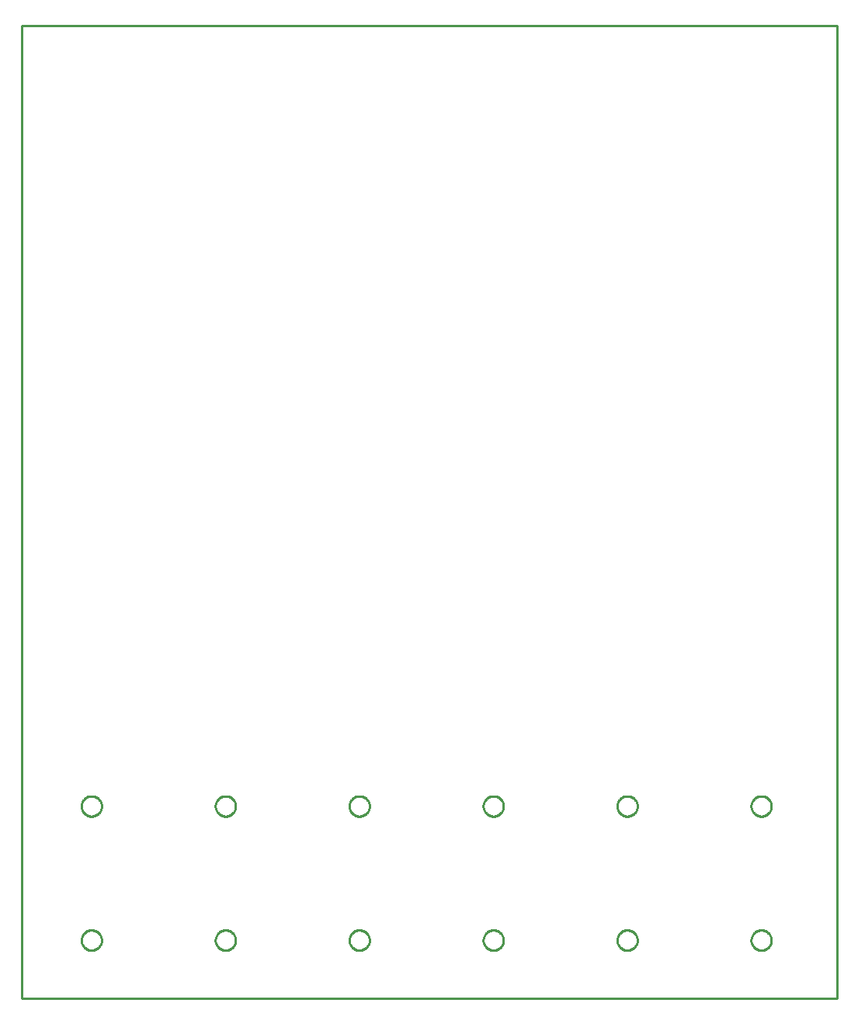
<source format=gbr>
G04 EAGLE Gerber RS-274X export*
G75*
%MOMM*%
%FSLAX34Y34*%
%LPD*%
%IN*%
%IPPOS*%
%AMOC8*
5,1,8,0,0,1.08239X$1,22.5*%
G01*
%ADD10C,0.254000*%


D10*
X0Y0D02*
X889000Y0D01*
X889000Y1060450D01*
X0Y1060450D01*
X0Y0D01*
X222682Y74500D02*
X223544Y74432D01*
X224398Y74297D01*
X225238Y74095D01*
X226060Y73828D01*
X226859Y73497D01*
X227629Y73105D01*
X228366Y72653D01*
X229065Y72145D01*
X229723Y71584D01*
X230334Y70973D01*
X230895Y70315D01*
X231403Y69616D01*
X231855Y68879D01*
X232247Y68109D01*
X232578Y67310D01*
X232845Y66488D01*
X233047Y65648D01*
X233182Y64794D01*
X233250Y63932D01*
X233250Y63068D01*
X233182Y62206D01*
X233047Y61352D01*
X232845Y60512D01*
X232578Y59690D01*
X232247Y58891D01*
X231855Y58121D01*
X231403Y57384D01*
X230895Y56685D01*
X230334Y56027D01*
X229723Y55416D01*
X229065Y54855D01*
X228366Y54347D01*
X227629Y53895D01*
X226859Y53503D01*
X226060Y53172D01*
X225238Y52905D01*
X224398Y52703D01*
X223544Y52568D01*
X222682Y52500D01*
X221818Y52500D01*
X220956Y52568D01*
X220102Y52703D01*
X219262Y52905D01*
X218440Y53172D01*
X217641Y53503D01*
X216871Y53895D01*
X216134Y54347D01*
X215435Y54855D01*
X214777Y55416D01*
X214166Y56027D01*
X213605Y56685D01*
X213097Y57384D01*
X212645Y58121D01*
X212253Y58891D01*
X211922Y59690D01*
X211655Y60512D01*
X211453Y61352D01*
X211318Y62206D01*
X211250Y63068D01*
X211250Y63932D01*
X211318Y64794D01*
X211453Y65648D01*
X211655Y66488D01*
X211922Y67310D01*
X212253Y68109D01*
X212645Y68879D01*
X213097Y69616D01*
X213605Y70315D01*
X214166Y70973D01*
X214777Y71584D01*
X215435Y72145D01*
X216134Y72653D01*
X216871Y73105D01*
X217641Y73497D01*
X218440Y73828D01*
X219262Y74095D01*
X220102Y74297D01*
X220956Y74432D01*
X221818Y74500D01*
X222682Y74500D01*
X806882Y74500D02*
X807744Y74432D01*
X808598Y74297D01*
X809438Y74095D01*
X810260Y73828D01*
X811059Y73497D01*
X811829Y73105D01*
X812566Y72653D01*
X813265Y72145D01*
X813923Y71584D01*
X814534Y70973D01*
X815095Y70315D01*
X815603Y69616D01*
X816055Y68879D01*
X816447Y68109D01*
X816778Y67310D01*
X817045Y66488D01*
X817247Y65648D01*
X817382Y64794D01*
X817450Y63932D01*
X817450Y63068D01*
X817382Y62206D01*
X817247Y61352D01*
X817045Y60512D01*
X816778Y59690D01*
X816447Y58891D01*
X816055Y58121D01*
X815603Y57384D01*
X815095Y56685D01*
X814534Y56027D01*
X813923Y55416D01*
X813265Y54855D01*
X812566Y54347D01*
X811829Y53895D01*
X811059Y53503D01*
X810260Y53172D01*
X809438Y52905D01*
X808598Y52703D01*
X807744Y52568D01*
X806882Y52500D01*
X806018Y52500D01*
X805156Y52568D01*
X804302Y52703D01*
X803462Y52905D01*
X802640Y53172D01*
X801841Y53503D01*
X801071Y53895D01*
X800334Y54347D01*
X799635Y54855D01*
X798977Y55416D01*
X798366Y56027D01*
X797805Y56685D01*
X797297Y57384D01*
X796845Y58121D01*
X796453Y58891D01*
X796122Y59690D01*
X795855Y60512D01*
X795653Y61352D01*
X795518Y62206D01*
X795450Y63068D01*
X795450Y63932D01*
X795518Y64794D01*
X795653Y65648D01*
X795855Y66488D01*
X796122Y67310D01*
X796453Y68109D01*
X796845Y68879D01*
X797297Y69616D01*
X797805Y70315D01*
X798366Y70973D01*
X798977Y71584D01*
X799635Y72145D01*
X800334Y72653D01*
X801071Y73105D01*
X801841Y73497D01*
X802640Y73828D01*
X803462Y74095D01*
X804302Y74297D01*
X805156Y74432D01*
X806018Y74500D01*
X806882Y74500D01*
X76632Y74500D02*
X77494Y74432D01*
X78348Y74297D01*
X79188Y74095D01*
X80010Y73828D01*
X80809Y73497D01*
X81579Y73105D01*
X82316Y72653D01*
X83015Y72145D01*
X83673Y71584D01*
X84284Y70973D01*
X84845Y70315D01*
X85353Y69616D01*
X85805Y68879D01*
X86197Y68109D01*
X86528Y67310D01*
X86795Y66488D01*
X86997Y65648D01*
X87132Y64794D01*
X87200Y63932D01*
X87200Y63068D01*
X87132Y62206D01*
X86997Y61352D01*
X86795Y60512D01*
X86528Y59690D01*
X86197Y58891D01*
X85805Y58121D01*
X85353Y57384D01*
X84845Y56685D01*
X84284Y56027D01*
X83673Y55416D01*
X83015Y54855D01*
X82316Y54347D01*
X81579Y53895D01*
X80809Y53503D01*
X80010Y53172D01*
X79188Y52905D01*
X78348Y52703D01*
X77494Y52568D01*
X76632Y52500D01*
X75768Y52500D01*
X74906Y52568D01*
X74052Y52703D01*
X73212Y52905D01*
X72390Y53172D01*
X71591Y53503D01*
X70821Y53895D01*
X70084Y54347D01*
X69385Y54855D01*
X68727Y55416D01*
X68116Y56027D01*
X67555Y56685D01*
X67047Y57384D01*
X66595Y58121D01*
X66203Y58891D01*
X65872Y59690D01*
X65605Y60512D01*
X65403Y61352D01*
X65268Y62206D01*
X65200Y63068D01*
X65200Y63932D01*
X65268Y64794D01*
X65403Y65648D01*
X65605Y66488D01*
X65872Y67310D01*
X66203Y68109D01*
X66595Y68879D01*
X67047Y69616D01*
X67555Y70315D01*
X68116Y70973D01*
X68727Y71584D01*
X69385Y72145D01*
X70084Y72653D01*
X70821Y73105D01*
X71591Y73497D01*
X72390Y73828D01*
X73212Y74095D01*
X74052Y74297D01*
X74906Y74432D01*
X75768Y74500D01*
X76632Y74500D01*
X660832Y74500D02*
X661694Y74432D01*
X662548Y74297D01*
X663388Y74095D01*
X664210Y73828D01*
X665009Y73497D01*
X665779Y73105D01*
X666516Y72653D01*
X667215Y72145D01*
X667873Y71584D01*
X668484Y70973D01*
X669045Y70315D01*
X669553Y69616D01*
X670005Y68879D01*
X670397Y68109D01*
X670728Y67310D01*
X670995Y66488D01*
X671197Y65648D01*
X671332Y64794D01*
X671400Y63932D01*
X671400Y63068D01*
X671332Y62206D01*
X671197Y61352D01*
X670995Y60512D01*
X670728Y59690D01*
X670397Y58891D01*
X670005Y58121D01*
X669553Y57384D01*
X669045Y56685D01*
X668484Y56027D01*
X667873Y55416D01*
X667215Y54855D01*
X666516Y54347D01*
X665779Y53895D01*
X665009Y53503D01*
X664210Y53172D01*
X663388Y52905D01*
X662548Y52703D01*
X661694Y52568D01*
X660832Y52500D01*
X659968Y52500D01*
X659106Y52568D01*
X658252Y52703D01*
X657412Y52905D01*
X656590Y53172D01*
X655791Y53503D01*
X655021Y53895D01*
X654284Y54347D01*
X653585Y54855D01*
X652927Y55416D01*
X652316Y56027D01*
X651755Y56685D01*
X651247Y57384D01*
X650795Y58121D01*
X650403Y58891D01*
X650072Y59690D01*
X649805Y60512D01*
X649603Y61352D01*
X649468Y62206D01*
X649400Y63068D01*
X649400Y63932D01*
X649468Y64794D01*
X649603Y65648D01*
X649805Y66488D01*
X650072Y67310D01*
X650403Y68109D01*
X650795Y68879D01*
X651247Y69616D01*
X651755Y70315D01*
X652316Y70973D01*
X652927Y71584D01*
X653585Y72145D01*
X654284Y72653D01*
X655021Y73105D01*
X655791Y73497D01*
X656590Y73828D01*
X657412Y74095D01*
X658252Y74297D01*
X659106Y74432D01*
X659968Y74500D01*
X660832Y74500D01*
X368732Y220550D02*
X369594Y220482D01*
X370448Y220347D01*
X371288Y220145D01*
X372110Y219878D01*
X372909Y219547D01*
X373679Y219155D01*
X374416Y218703D01*
X375115Y218195D01*
X375773Y217634D01*
X376384Y217023D01*
X376945Y216365D01*
X377453Y215666D01*
X377905Y214929D01*
X378297Y214159D01*
X378628Y213360D01*
X378895Y212538D01*
X379097Y211698D01*
X379232Y210844D01*
X379300Y209982D01*
X379300Y209118D01*
X379232Y208256D01*
X379097Y207402D01*
X378895Y206562D01*
X378628Y205740D01*
X378297Y204941D01*
X377905Y204171D01*
X377453Y203434D01*
X376945Y202735D01*
X376384Y202077D01*
X375773Y201466D01*
X375115Y200905D01*
X374416Y200397D01*
X373679Y199945D01*
X372909Y199553D01*
X372110Y199222D01*
X371288Y198955D01*
X370448Y198753D01*
X369594Y198618D01*
X368732Y198550D01*
X367868Y198550D01*
X367006Y198618D01*
X366152Y198753D01*
X365312Y198955D01*
X364490Y199222D01*
X363691Y199553D01*
X362921Y199945D01*
X362184Y200397D01*
X361485Y200905D01*
X360827Y201466D01*
X360216Y202077D01*
X359655Y202735D01*
X359147Y203434D01*
X358695Y204171D01*
X358303Y204941D01*
X357972Y205740D01*
X357705Y206562D01*
X357503Y207402D01*
X357368Y208256D01*
X357300Y209118D01*
X357300Y209982D01*
X357368Y210844D01*
X357503Y211698D01*
X357705Y212538D01*
X357972Y213360D01*
X358303Y214159D01*
X358695Y214929D01*
X359147Y215666D01*
X359655Y216365D01*
X360216Y217023D01*
X360827Y217634D01*
X361485Y218195D01*
X362184Y218703D01*
X362921Y219155D01*
X363691Y219547D01*
X364490Y219878D01*
X365312Y220145D01*
X366152Y220347D01*
X367006Y220482D01*
X367868Y220550D01*
X368732Y220550D01*
X660832Y220550D02*
X661694Y220482D01*
X662548Y220347D01*
X663388Y220145D01*
X664210Y219878D01*
X665009Y219547D01*
X665779Y219155D01*
X666516Y218703D01*
X667215Y218195D01*
X667873Y217634D01*
X668484Y217023D01*
X669045Y216365D01*
X669553Y215666D01*
X670005Y214929D01*
X670397Y214159D01*
X670728Y213360D01*
X670995Y212538D01*
X671197Y211698D01*
X671332Y210844D01*
X671400Y209982D01*
X671400Y209118D01*
X671332Y208256D01*
X671197Y207402D01*
X670995Y206562D01*
X670728Y205740D01*
X670397Y204941D01*
X670005Y204171D01*
X669553Y203434D01*
X669045Y202735D01*
X668484Y202077D01*
X667873Y201466D01*
X667215Y200905D01*
X666516Y200397D01*
X665779Y199945D01*
X665009Y199553D01*
X664210Y199222D01*
X663388Y198955D01*
X662548Y198753D01*
X661694Y198618D01*
X660832Y198550D01*
X659968Y198550D01*
X659106Y198618D01*
X658252Y198753D01*
X657412Y198955D01*
X656590Y199222D01*
X655791Y199553D01*
X655021Y199945D01*
X654284Y200397D01*
X653585Y200905D01*
X652927Y201466D01*
X652316Y202077D01*
X651755Y202735D01*
X651247Y203434D01*
X650795Y204171D01*
X650403Y204941D01*
X650072Y205740D01*
X649805Y206562D01*
X649603Y207402D01*
X649468Y208256D01*
X649400Y209118D01*
X649400Y209982D01*
X649468Y210844D01*
X649603Y211698D01*
X649805Y212538D01*
X650072Y213360D01*
X650403Y214159D01*
X650795Y214929D01*
X651247Y215666D01*
X651755Y216365D01*
X652316Y217023D01*
X652927Y217634D01*
X653585Y218195D01*
X654284Y218703D01*
X655021Y219155D01*
X655791Y219547D01*
X656590Y219878D01*
X657412Y220145D01*
X658252Y220347D01*
X659106Y220482D01*
X659968Y220550D01*
X660832Y220550D01*
X806882Y220550D02*
X807744Y220482D01*
X808598Y220347D01*
X809438Y220145D01*
X810260Y219878D01*
X811059Y219547D01*
X811829Y219155D01*
X812566Y218703D01*
X813265Y218195D01*
X813923Y217634D01*
X814534Y217023D01*
X815095Y216365D01*
X815603Y215666D01*
X816055Y214929D01*
X816447Y214159D01*
X816778Y213360D01*
X817045Y212538D01*
X817247Y211698D01*
X817382Y210844D01*
X817450Y209982D01*
X817450Y209118D01*
X817382Y208256D01*
X817247Y207402D01*
X817045Y206562D01*
X816778Y205740D01*
X816447Y204941D01*
X816055Y204171D01*
X815603Y203434D01*
X815095Y202735D01*
X814534Y202077D01*
X813923Y201466D01*
X813265Y200905D01*
X812566Y200397D01*
X811829Y199945D01*
X811059Y199553D01*
X810260Y199222D01*
X809438Y198955D01*
X808598Y198753D01*
X807744Y198618D01*
X806882Y198550D01*
X806018Y198550D01*
X805156Y198618D01*
X804302Y198753D01*
X803462Y198955D01*
X802640Y199222D01*
X801841Y199553D01*
X801071Y199945D01*
X800334Y200397D01*
X799635Y200905D01*
X798977Y201466D01*
X798366Y202077D01*
X797805Y202735D01*
X797297Y203434D01*
X796845Y204171D01*
X796453Y204941D01*
X796122Y205740D01*
X795855Y206562D01*
X795653Y207402D01*
X795518Y208256D01*
X795450Y209118D01*
X795450Y209982D01*
X795518Y210844D01*
X795653Y211698D01*
X795855Y212538D01*
X796122Y213360D01*
X796453Y214159D01*
X796845Y214929D01*
X797297Y215666D01*
X797805Y216365D01*
X798366Y217023D01*
X798977Y217634D01*
X799635Y218195D01*
X800334Y218703D01*
X801071Y219155D01*
X801841Y219547D01*
X802640Y219878D01*
X803462Y220145D01*
X804302Y220347D01*
X805156Y220482D01*
X806018Y220550D01*
X806882Y220550D01*
X368732Y74500D02*
X369594Y74432D01*
X370448Y74297D01*
X371288Y74095D01*
X372110Y73828D01*
X372909Y73497D01*
X373679Y73105D01*
X374416Y72653D01*
X375115Y72145D01*
X375773Y71584D01*
X376384Y70973D01*
X376945Y70315D01*
X377453Y69616D01*
X377905Y68879D01*
X378297Y68109D01*
X378628Y67310D01*
X378895Y66488D01*
X379097Y65648D01*
X379232Y64794D01*
X379300Y63932D01*
X379300Y63068D01*
X379232Y62206D01*
X379097Y61352D01*
X378895Y60512D01*
X378628Y59690D01*
X378297Y58891D01*
X377905Y58121D01*
X377453Y57384D01*
X376945Y56685D01*
X376384Y56027D01*
X375773Y55416D01*
X375115Y54855D01*
X374416Y54347D01*
X373679Y53895D01*
X372909Y53503D01*
X372110Y53172D01*
X371288Y52905D01*
X370448Y52703D01*
X369594Y52568D01*
X368732Y52500D01*
X367868Y52500D01*
X367006Y52568D01*
X366152Y52703D01*
X365312Y52905D01*
X364490Y53172D01*
X363691Y53503D01*
X362921Y53895D01*
X362184Y54347D01*
X361485Y54855D01*
X360827Y55416D01*
X360216Y56027D01*
X359655Y56685D01*
X359147Y57384D01*
X358695Y58121D01*
X358303Y58891D01*
X357972Y59690D01*
X357705Y60512D01*
X357503Y61352D01*
X357368Y62206D01*
X357300Y63068D01*
X357300Y63932D01*
X357368Y64794D01*
X357503Y65648D01*
X357705Y66488D01*
X357972Y67310D01*
X358303Y68109D01*
X358695Y68879D01*
X359147Y69616D01*
X359655Y70315D01*
X360216Y70973D01*
X360827Y71584D01*
X361485Y72145D01*
X362184Y72653D01*
X362921Y73105D01*
X363691Y73497D01*
X364490Y73828D01*
X365312Y74095D01*
X366152Y74297D01*
X367006Y74432D01*
X367868Y74500D01*
X368732Y74500D01*
X514782Y220550D02*
X515644Y220482D01*
X516498Y220347D01*
X517338Y220145D01*
X518160Y219878D01*
X518959Y219547D01*
X519729Y219155D01*
X520466Y218703D01*
X521165Y218195D01*
X521823Y217634D01*
X522434Y217023D01*
X522995Y216365D01*
X523503Y215666D01*
X523955Y214929D01*
X524347Y214159D01*
X524678Y213360D01*
X524945Y212538D01*
X525147Y211698D01*
X525282Y210844D01*
X525350Y209982D01*
X525350Y209118D01*
X525282Y208256D01*
X525147Y207402D01*
X524945Y206562D01*
X524678Y205740D01*
X524347Y204941D01*
X523955Y204171D01*
X523503Y203434D01*
X522995Y202735D01*
X522434Y202077D01*
X521823Y201466D01*
X521165Y200905D01*
X520466Y200397D01*
X519729Y199945D01*
X518959Y199553D01*
X518160Y199222D01*
X517338Y198955D01*
X516498Y198753D01*
X515644Y198618D01*
X514782Y198550D01*
X513918Y198550D01*
X513056Y198618D01*
X512202Y198753D01*
X511362Y198955D01*
X510540Y199222D01*
X509741Y199553D01*
X508971Y199945D01*
X508234Y200397D01*
X507535Y200905D01*
X506877Y201466D01*
X506266Y202077D01*
X505705Y202735D01*
X505197Y203434D01*
X504745Y204171D01*
X504353Y204941D01*
X504022Y205740D01*
X503755Y206562D01*
X503553Y207402D01*
X503418Y208256D01*
X503350Y209118D01*
X503350Y209982D01*
X503418Y210844D01*
X503553Y211698D01*
X503755Y212538D01*
X504022Y213360D01*
X504353Y214159D01*
X504745Y214929D01*
X505197Y215666D01*
X505705Y216365D01*
X506266Y217023D01*
X506877Y217634D01*
X507535Y218195D01*
X508234Y218703D01*
X508971Y219155D01*
X509741Y219547D01*
X510540Y219878D01*
X511362Y220145D01*
X512202Y220347D01*
X513056Y220482D01*
X513918Y220550D01*
X514782Y220550D01*
X514782Y74500D02*
X515644Y74432D01*
X516498Y74297D01*
X517338Y74095D01*
X518160Y73828D01*
X518959Y73497D01*
X519729Y73105D01*
X520466Y72653D01*
X521165Y72145D01*
X521823Y71584D01*
X522434Y70973D01*
X522995Y70315D01*
X523503Y69616D01*
X523955Y68879D01*
X524347Y68109D01*
X524678Y67310D01*
X524945Y66488D01*
X525147Y65648D01*
X525282Y64794D01*
X525350Y63932D01*
X525350Y63068D01*
X525282Y62206D01*
X525147Y61352D01*
X524945Y60512D01*
X524678Y59690D01*
X524347Y58891D01*
X523955Y58121D01*
X523503Y57384D01*
X522995Y56685D01*
X522434Y56027D01*
X521823Y55416D01*
X521165Y54855D01*
X520466Y54347D01*
X519729Y53895D01*
X518959Y53503D01*
X518160Y53172D01*
X517338Y52905D01*
X516498Y52703D01*
X515644Y52568D01*
X514782Y52500D01*
X513918Y52500D01*
X513056Y52568D01*
X512202Y52703D01*
X511362Y52905D01*
X510540Y53172D01*
X509741Y53503D01*
X508971Y53895D01*
X508234Y54347D01*
X507535Y54855D01*
X506877Y55416D01*
X506266Y56027D01*
X505705Y56685D01*
X505197Y57384D01*
X504745Y58121D01*
X504353Y58891D01*
X504022Y59690D01*
X503755Y60512D01*
X503553Y61352D01*
X503418Y62206D01*
X503350Y63068D01*
X503350Y63932D01*
X503418Y64794D01*
X503553Y65648D01*
X503755Y66488D01*
X504022Y67310D01*
X504353Y68109D01*
X504745Y68879D01*
X505197Y69616D01*
X505705Y70315D01*
X506266Y70973D01*
X506877Y71584D01*
X507535Y72145D01*
X508234Y72653D01*
X508971Y73105D01*
X509741Y73497D01*
X510540Y73828D01*
X511362Y74095D01*
X512202Y74297D01*
X513056Y74432D01*
X513918Y74500D01*
X514782Y74500D01*
X76632Y220550D02*
X77494Y220482D01*
X78348Y220347D01*
X79188Y220145D01*
X80010Y219878D01*
X80809Y219547D01*
X81579Y219155D01*
X82316Y218703D01*
X83015Y218195D01*
X83673Y217634D01*
X84284Y217023D01*
X84845Y216365D01*
X85353Y215666D01*
X85805Y214929D01*
X86197Y214159D01*
X86528Y213360D01*
X86795Y212538D01*
X86997Y211698D01*
X87132Y210844D01*
X87200Y209982D01*
X87200Y209118D01*
X87132Y208256D01*
X86997Y207402D01*
X86795Y206562D01*
X86528Y205740D01*
X86197Y204941D01*
X85805Y204171D01*
X85353Y203434D01*
X84845Y202735D01*
X84284Y202077D01*
X83673Y201466D01*
X83015Y200905D01*
X82316Y200397D01*
X81579Y199945D01*
X80809Y199553D01*
X80010Y199222D01*
X79188Y198955D01*
X78348Y198753D01*
X77494Y198618D01*
X76632Y198550D01*
X75768Y198550D01*
X74906Y198618D01*
X74052Y198753D01*
X73212Y198955D01*
X72390Y199222D01*
X71591Y199553D01*
X70821Y199945D01*
X70084Y200397D01*
X69385Y200905D01*
X68727Y201466D01*
X68116Y202077D01*
X67555Y202735D01*
X67047Y203434D01*
X66595Y204171D01*
X66203Y204941D01*
X65872Y205740D01*
X65605Y206562D01*
X65403Y207402D01*
X65268Y208256D01*
X65200Y209118D01*
X65200Y209982D01*
X65268Y210844D01*
X65403Y211698D01*
X65605Y212538D01*
X65872Y213360D01*
X66203Y214159D01*
X66595Y214929D01*
X67047Y215666D01*
X67555Y216365D01*
X68116Y217023D01*
X68727Y217634D01*
X69385Y218195D01*
X70084Y218703D01*
X70821Y219155D01*
X71591Y219547D01*
X72390Y219878D01*
X73212Y220145D01*
X74052Y220347D01*
X74906Y220482D01*
X75768Y220550D01*
X76632Y220550D01*
X222682Y220550D02*
X223544Y220482D01*
X224398Y220347D01*
X225238Y220145D01*
X226060Y219878D01*
X226859Y219547D01*
X227629Y219155D01*
X228366Y218703D01*
X229065Y218195D01*
X229723Y217634D01*
X230334Y217023D01*
X230895Y216365D01*
X231403Y215666D01*
X231855Y214929D01*
X232247Y214159D01*
X232578Y213360D01*
X232845Y212538D01*
X233047Y211698D01*
X233182Y210844D01*
X233250Y209982D01*
X233250Y209118D01*
X233182Y208256D01*
X233047Y207402D01*
X232845Y206562D01*
X232578Y205740D01*
X232247Y204941D01*
X231855Y204171D01*
X231403Y203434D01*
X230895Y202735D01*
X230334Y202077D01*
X229723Y201466D01*
X229065Y200905D01*
X228366Y200397D01*
X227629Y199945D01*
X226859Y199553D01*
X226060Y199222D01*
X225238Y198955D01*
X224398Y198753D01*
X223544Y198618D01*
X222682Y198550D01*
X221818Y198550D01*
X220956Y198618D01*
X220102Y198753D01*
X219262Y198955D01*
X218440Y199222D01*
X217641Y199553D01*
X216871Y199945D01*
X216134Y200397D01*
X215435Y200905D01*
X214777Y201466D01*
X214166Y202077D01*
X213605Y202735D01*
X213097Y203434D01*
X212645Y204171D01*
X212253Y204941D01*
X211922Y205740D01*
X211655Y206562D01*
X211453Y207402D01*
X211318Y208256D01*
X211250Y209118D01*
X211250Y209982D01*
X211318Y210844D01*
X211453Y211698D01*
X211655Y212538D01*
X211922Y213360D01*
X212253Y214159D01*
X212645Y214929D01*
X213097Y215666D01*
X213605Y216365D01*
X214166Y217023D01*
X214777Y217634D01*
X215435Y218195D01*
X216134Y218703D01*
X216871Y219155D01*
X217641Y219547D01*
X218440Y219878D01*
X219262Y220145D01*
X220102Y220347D01*
X220956Y220482D01*
X221818Y220550D01*
X222682Y220550D01*
M02*

</source>
